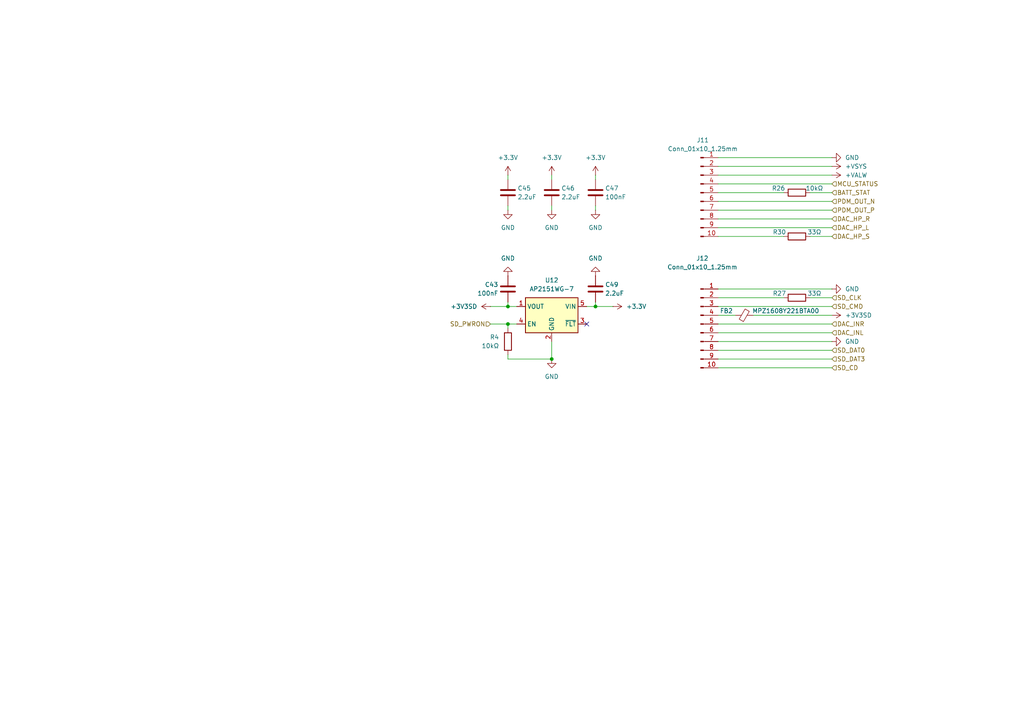
<source format=kicad_sch>
(kicad_sch (version 20250114) (generator "eeschema") (generator_version "9.0")
  (paper "A4")
  (lib_symbols
    (symbol "Connector:Conn_01x10_Pin" (pin_names (offset 1.016) (hide yes))
      (property "Reference" "J" (at 0 12.7 0))
      (property "Value" "Conn_01x10_Pin" (at 0 -15.24 0))
      (symbol "Conn_01x10_Pin_1_1"
        (rectangle (start 0.8636 10.287) (end 0 10.033) (stroke (width 0.1524)) (fill (type outline)))
        (rectangle (start 0.8636 7.747) (end 0 7.493) (stroke (width 0.1524)) (fill (type outline)))
        (rectangle (start 0.8636 5.207) (end 0 4.953) (stroke (width 0.1524)) (fill (type outline)))
        (rectangle (start 0.8636 2.667) (end 0 2.413) (stroke (width 0.1524)) (fill (type outline)))
        (rectangle (start 0.8636 0.127) (end 0 -0.127) (stroke (width 0.1524)) (fill (type outline)))
        (rectangle (start 0.8636 -2.413) (end 0 -2.667) (stroke (width 0.1524)) (fill (type outline)))
        (rectangle (start 0.8636 -4.953) (end 0 -5.207) (stroke (width 0.1524)) (fill (type outline)))
        (rectangle (start 0.8636 -7.493) (end 0 -7.747) (stroke (width 0.1524)) (fill (type outline)))
        (rectangle (start 0.8636 -10.033) (end 0 -10.287) (stroke (width 0.1524)) (fill (type outline)))
        (rectangle (start 0.8636 -12.573) (end 0 -12.827) (stroke (width 0.1524)) (fill (type outline)))
        (polyline (pts (xy 1.27 10.16) (xy 0.8636 10.16)) (stroke (width 0.1524)))
        (polyline (pts (xy 1.27 7.62) (xy 0.8636 7.62)) (stroke (width 0.1524)))
        (polyline (pts (xy 1.27 5.08) (xy 0.8636 5.08)) (stroke (width 0.1524)))
        (polyline (pts (xy 1.27 2.54) (xy 0.8636 2.54)) (stroke (width 0.1524)))
        (polyline (pts (xy 1.27 0) (xy 0.8636 0)) (stroke (width 0.1524)))
        (polyline (pts (xy 1.27 -2.54) (xy 0.8636 -2.54)) (stroke (width 0.1524)))
        (polyline (pts (xy 1.27 -5.08) (xy 0.8636 -5.08)) (stroke (width 0.1524)))
        (polyline (pts (xy 1.27 -7.62) (xy 0.8636 -7.62)) (stroke (width 0.1524)))
        (polyline (pts (xy 1.27 -10.16) (xy 0.8636 -10.16)) (stroke (width 0.1524)))
        (polyline (pts (xy 1.27 -12.7) (xy 0.8636 -12.7)) (stroke (width 0.1524)))
        (pin passive line (at 5.08 10.16 180) (length 3.81) (name "Pin_1") (number "1"))
        (pin passive line (at 5.08 7.62 180) (length 3.81) (name "Pin_2") (number "2"))
        (pin passive line (at 5.08 5.08 180) (length 3.81) (name "Pin_3") (number "3"))
        (pin passive line (at 5.08 2.54 180) (length 3.81) (name "Pin_4") (number "4"))
        (pin passive line (at 5.08 0 180) (length 3.81) (name "Pin_5") (number "5"))
        (pin passive line (at 5.08 -2.54 180) (length 3.81) (name "Pin_6") (number "6"))
        (pin passive line (at 5.08 -5.08 180) (length 3.81) (name "Pin_7") (number "7"))
        (pin passive line (at 5.08 -7.62 180) (length 3.81) (name "Pin_8") (number "8"))
        (pin passive line (at 5.08 -10.16 180) (length 3.81) (name "Pin_9") (number "9"))
        (pin passive line (at 5.08 -12.7 180) (length 3.81) (name "Pin_10") (number "10"))
      )
    )
    (symbol "Device:C" (pin_numbers (hide yes)) (pin_names (offset 0.254))
      (property "Reference" "C" (at 0.635 2.54 0))
      (property "Value" "C" (at 0.635 -2.54 0))
      (symbol "C_0_1"
        (polyline (pts (xy -2.032 0.762) (xy 2.032 0.762)) (stroke (width 0.508)))
        (polyline (pts (xy -2.032 -0.762) (xy 2.032 -0.762)) (stroke (width 0.508)))
      )
      (symbol "C_1_1"
        (pin passive line (at 0 3.81 270) (length 2.794) (name "~") (number "1"))
        (pin passive line (at 0 -3.81 90) (length 2.794) (name "~") (number "2"))
      )
    )
    (symbol "Device:FerriteBead_Small" (pin_numbers (hide yes)) (pin_names (offset 0))
      (property "Reference" "FB" (at 1.905 1.27 0))
      (property "Value" "FerriteBead_Small" (at 1.905 -1.27 0))
      (symbol "FerriteBead_Small_0_1"
        (polyline (pts (xy -1.8288 0.2794) (xy -1.1176 1.4986) (xy 1.8288 -0.2032) (xy 1.1176 -1.4224) (xy -1.8288 0.2794)))
        (polyline (pts (xy 0 0.889) (xy 0 1.2954)))
        (polyline (pts (xy 0 -1.27) (xy 0 -0.7874)))
      )
      (symbol "FerriteBead_Small_1_1"
        (pin passive line (at 0 2.54 270) (length 1.27) (name "~") (number "1"))
        (pin passive line (at 0 -2.54 90) (length 1.27) (name "~") (number "2"))
      )
    )
    (symbol "Device:R" (pin_numbers (hide yes)) (pin_names (offset 0))
      (property "Reference" "R" (at 2.032 0 90))
      (property "Value" "R" (at 0 0 90))
      (symbol "R_0_1"
        (rectangle (start -1.016 -2.54) (end 1.016 2.54) (stroke (width 0.254)))
      )
      (symbol "R_1_1"
        (pin passive line (at 0 3.81 270) (length 1.27) (name "~") (number "1"))
        (pin passive line (at 0 -3.81 90) (length 1.27) (name "~") (number "2"))
      )
    )
    (symbol "User:AP2151WG-7"
      (property "Reference" "U" (at -7.62 6.35 0))
      (property "Value" "AP2151WG-7" (at 7.62 -6.35 0))
      (symbol "AP2151WG-7_0_1"
        (rectangle (start -7.62 5.08) (end 7.62 -5.08) (stroke (width 0.254)) (fill (type background)))
      )
      (symbol "AP2151WG-7_1_1"
        (pin power_out line (at -10.16 2.54 0) (length 2.54) (name "VOUT") (number "1"))
        (pin input line (at -10.16 -2.54 0) (length 2.54) (name "EN") (number "4"))
        (pin power_in line (at 0 -7.62 90) (length 2.54) (name "GND") (number "2"))
        (pin power_in line (at 10.16 2.54 180) (length 2.54) (name "VIN") (number "5"))
        (pin open_collector line (at 10.16 -2.54 180) (length 2.54) (name "~{FLT}") (number "3"))
      )
    )
    (symbol "power:+3.3V" (power) (pin_numbers (hide yes)) (pin_names (offset 0) (hide yes))
      (property "Value" "+3.3V" (at 0 3.556 0))
      (symbol "+3.3V_0_1"
        (polyline (pts (xy -0.762 1.27) (xy 0 2.54)))
        (polyline (pts (xy 0 2.54) (xy 0.762 1.27)))
        (polyline (pts (xy 0 0) (xy 0 2.54)))
      )
      (symbol "+3.3V_1_1"
        (pin power_in line (at 0 0 90) (length 0) (name "~") (number "1"))
      )
    )
    (symbol "power:+3V3" (power) (pin_numbers (hide yes)) (pin_names (offset 0) (hide yes))
      (property "Value" "+3V3" (at 0 3.556 0))
      (symbol "+3V3_0_1"
        (polyline (pts (xy -0.762 1.27) (xy 0 2.54)))
        (polyline (pts (xy 0 2.54) (xy 0.762 1.27)))
        (polyline (pts (xy 0 0) (xy 0 2.54)))
      )
      (symbol "+3V3_1_1"
        (pin power_in line (at 0 0 90) (length 0) (name "~") (number "1"))
      )
    )
    (symbol "power:+BATT" (power) (pin_numbers (hide yes)) (pin_names (offset 0) (hide yes))
      (property "Value" "+BATT" (at 0 3.556 0))
      (symbol "+BATT_0_1"
        (polyline (pts (xy -0.762 1.27) (xy 0 2.54)))
        (polyline (pts (xy 0 2.54) (xy 0.762 1.27)))
        (polyline (pts (xy 0 0) (xy 0 2.54)))
      )
      (symbol "+BATT_1_1"
        (pin power_in line (at 0 0 90) (length 0) (name "~") (number "1"))
      )
    )
    (symbol "power:GND" (power) (pin_numbers (hide yes)) (pin_names (offset 0) (hide yes))
      (property "Value" "GND" (at 0 -3.81 0))
      (symbol "GND_0_1"
        (polyline (pts (xy 0 0) (xy 0 -1.27) (xy 1.27 -1.27) (xy 0 -2.54) (xy -1.27 -1.27) (xy 0 -1.27)))
      )
      (symbol "GND_1_1"
        (pin power_in line (at 0 0 270) (length 0) (name "~") (number "1"))
      )
    )
  )
  (junction (at 172.72 88.9))
  (junction (at 160.02 104.14))
  (junction (at 147.32 88.9))
  (junction (at 147.32 93.98))
  (no_connect (at 170.18 93.98))
  (wire (pts (xy 147.32 93.98) (xy 147.32 95.25)))
  (wire (pts (xy 149.86 93.98) (xy 147.32 93.98)))
  (wire (pts (xy 208.28 68.58) (xy 227.33 68.58)))
  (wire (pts (xy 208.28 101.6) (xy 241.3 101.6)))
  (wire (pts (xy 208.28 63.5) (xy 241.3 63.5)))
  (wire (pts (xy 147.32 88.9) (xy 149.86 88.9)))
  (wire (pts (xy 208.28 48.26) (xy 241.3 48.26)))
  (wire (pts (xy 147.32 102.87) (xy 147.32 104.14)))
  (wire (pts (xy 234.95 86.36) (xy 241.3 86.36)))
  (wire (pts (xy 172.72 87.63) (xy 172.72 88.9)))
  (wire (pts (xy 172.72 88.9) (xy 177.8 88.9)))
  (wire (pts (xy 208.28 50.8) (xy 241.3 50.8)))
  (wire (pts (xy 234.95 55.88) (xy 241.3 55.88)))
  (wire (pts (xy 147.32 93.98) (xy 142.24 93.98)))
  (wire (pts (xy 218.44 91.44) (xy 241.3 91.44)))
  (wire (pts (xy 208.28 86.36) (xy 227.33 86.36)))
  (wire (pts (xy 208.28 91.44) (xy 213.36 91.44)))
  (wire (pts (xy 160.02 59.69) (xy 160.02 60.96)))
  (wire (pts (xy 147.32 50.8) (xy 147.32 52.07)))
  (wire (pts (xy 208.28 45.72) (xy 241.3 45.72)))
  (wire (pts (xy 234.95 68.58) (xy 241.3 68.58)))
  (wire (pts (xy 208.28 83.82) (xy 241.3 83.82)))
  (wire (pts (xy 208.28 93.98) (xy 241.3 93.98)))
  (wire (pts (xy 172.72 50.8) (xy 172.72 52.07)))
  (wire (pts (xy 208.28 58.42) (xy 241.3 58.42)))
  (wire (pts (xy 160.02 50.8) (xy 160.02 52.07)))
  (wire (pts (xy 170.18 88.9) (xy 172.72 88.9)))
  (wire (pts (xy 160.02 99.06) (xy 160.02 104.14)))
  (wire (pts (xy 208.28 55.88) (xy 227.33 55.88)))
  (wire (pts (xy 147.32 104.14) (xy 160.02 104.14)))
  (wire (pts (xy 142.24 88.9) (xy 147.32 88.9)))
  (wire (pts (xy 208.28 66.04) (xy 241.3 66.04)))
  (wire (pts (xy 208.28 88.9) (xy 241.3 88.9)))
  (wire (pts (xy 208.28 99.06) (xy 241.3 99.06)))
  (wire (pts (xy 208.28 106.68) (xy 241.3 106.68)))
  (wire (pts (xy 147.32 59.69) (xy 147.32 60.96)))
  (wire (pts (xy 147.32 87.63) (xy 147.32 88.9)))
  (wire (pts (xy 208.28 96.52) (xy 241.3 96.52)))
  (wire (pts (xy 172.72 59.69) (xy 172.72 60.96)))
  (wire (pts (xy 208.28 60.96) (xy 241.3 60.96)))
  (wire (pts (xy 208.28 104.14) (xy 241.3 104.14)))
  (wire (pts (xy 208.28 53.34) (xy 241.3 53.34)))
  (hierarchical_label "SD_DAT3" (shape input) (at 241.3 104.14 0))
  (hierarchical_label "DAC_INR" (shape input) (at 241.3 93.98 0))
  (hierarchical_label "MCU_STATUS" (shape input) (at 241.3 53.34 0))
  (hierarchical_label "DAC_HP_L" (shape input) (at 241.3 66.04 0))
  (hierarchical_label "SD_DAT0" (shape input) (at 241.3 101.6 0))
  (hierarchical_label "PDM_OUT_N" (shape input) (at 241.3 58.42 0))
  (hierarchical_label "SD_CLK" (shape input) (at 241.3 86.36 0))
  (hierarchical_label "SD_PWRON" (shape input) (at 142.24 93.98 180))
  (hierarchical_label "DAC_HP_S" (shape input) (at 241.3 68.58 0))
  (hierarchical_label "PDM_OUT_P" (shape input) (at 241.3 60.96 0))
  (hierarchical_label "DAC_INL" (shape input) (at 241.3 96.52 0))
  (hierarchical_label "SD_CD" (shape input) (at 241.3 106.68 0))
  (hierarchical_label "DAC_HP_R" (shape input) (at 241.3 63.5 0))
  (hierarchical_label "BATT_STAT" (shape input) (at 241.3 55.88 0))
  (hierarchical_label "SD_CMD" (shape input) (at 241.3 88.9 0))
  (symbol (lib_id "power:GND") (at 147.32 60.96 0) (unit 1)
    (property "Reference" "#PWR0142" (effects (hide yes)))
    (property "Value" "GND" (at 147.32 66.04 0))
    (property "Description" "Power symbol creates a global label with name \"GND\" , ground" (effects (hide yes)))
  )
  (symbol (lib_id "power:GND") (at 241.3 99.06 90) (unit 1)
    (property "Reference" "#PWR0131" (effects (hide yes)))
    (property "Value" "GND" (at 245.11 99.0599 90) (effects (justify right)))
    (property "Description" "Power symbol creates a global label with name \"GND\" , ground" (effects (hide yes)))
  )
  (symbol (lib_id "Device:C") (at 172.72 83.82 0) (mirror y) (unit 1)
    (property "Reference" "C49" (at 175.514 82.55 0) (effects (justify right)))
    (property "Value" "2.2uF" (at 175.514 85.09 0) (effects (justify right)))
    (property "Footprint" "Capacitor_SMD:C_0402_1005Metric" (effects (hide yes)))
    (property "Description" "Unpolarized capacitor" (effects (hide yes)))
  )
  (symbol (lib_id "power:GND") (at 160.02 104.14 0) (unit 1)
    (property "Reference" "#PWR062" (effects (hide yes)))
    (property "Value" "GND" (at 160.02 109.22 0))
    (property "Description" "Power symbol creates a global label with name \"GND\" , ground" (effects (hide yes)))
  )
  (symbol (lib_id "power:GND") (at 241.3 83.82 90) (unit 1)
    (property "Reference" "#PWR0129" (effects (hide yes)))
    (property "Value" "GND" (at 245.11 83.8199 90) (effects (justify right)))
    (property "Description" "Power symbol creates a global label with name \"GND\" , ground" (effects (hide yes)))
  )
  (symbol (lib_id "Device:R") (at 147.32 99.06 0) (mirror y) (unit 1)
    (property "Reference" "R4" (at 144.78 97.7899 0) (effects (justify left)))
    (property "Value" "10kΩ" (at 144.78 100.3299 0) (effects (justify left)))
    (property "Footprint" "Resistor_SMD:R_0402_1005Metric" (effects (hide yes)))
    (property "Description" "Resistor" (effects (hide yes)))
  )
  (symbol (lib_id "Connector:Conn_01x10_Pin") (at 203.2 93.98 0) (unit 1)
    (property "Reference" "J12" (at 203.708 74.93 0))
    (property "Value" "Conn_01x10_1.25mm" (at 203.708 77.47 0))
    (property "Footprint" "Connector_Molex:Molex_PicoBlade_53047-1010_1x10_P1.25mm_Vertical" (effects (hide yes)))
    (property "Description" "Generic connector, single row, 01x10, script generated" (effects (hide yes)))
  )
  (symbol (lib_id "Device:FerriteBead_Small") (at 215.9 91.44 90) (unit 1)
    (property "Reference" "FB2" (at 208.788 90.17 90) (effects (justify right)))
    (property "Value" "MPZ1608Y221BTA00" (at 218.186 90.17 90) (effects (justify right)))
    (property "Footprint" "Inductor_SMD:L_0603_1608Metric" (effects (hide yes)))
    (property "Description" "Ferrite bead, small symbol" (effects (hide yes)))
  )
  (symbol (lib_id "power:+3.3V") (at 147.32 50.8 0) (unit 1)
    (property "Reference" "#PWR0103" (effects (hide yes)))
    (property "Value" "+3.3V" (at 147.32 45.72 0))
    (property "Description" "Power symbol creates a global label with name \"+3.3V\"" (effects (hide yes)))
  )
  (symbol (lib_id "power:GND") (at 241.3 45.72 90) (unit 1)
    (property "Reference" "#PWR0126" (effects (hide yes)))
    (property "Value" "GND" (at 245.11 45.7199 90) (effects (justify right)))
    (property "Description" "Power symbol creates a global label with name \"GND\" , ground" (effects (hide yes)))
  )
  (symbol (lib_id "power:GND") (at 172.72 60.96 0) (unit 1)
    (property "Reference" "#PWR0144" (effects (hide yes)))
    (property "Value" "GND" (at 172.72 66.04 0))
    (property "Description" "Power symbol creates a global label with name \"GND\" , ground" (effects (hide yes)))
  )
  (symbol (lib_id "Device:C") (at 160.02 55.88 0) (mirror y) (unit 1)
    (property "Reference" "C46" (at 162.814 54.61 0) (effects (justify right)))
    (property "Value" "2.2uF" (at 162.814 57.15 0) (effects (justify right)))
    (property "Footprint" "Capacitor_SMD:C_0402_1005Metric" (effects (hide yes)))
    (property "Description" "Unpolarized capacitor" (effects (hide yes)))
  )
  (symbol (lib_id "power:GND") (at 147.32 80.01 180) (unit 1)
    (property "Reference" "#PWR0135" (effects (hide yes)))
    (property "Value" "GND" (at 147.32 74.93 0))
    (property "Description" "Power symbol creates a global label with name \"GND\" , ground" (effects (hide yes)))
  )
  (symbol (lib_id "power:GND") (at 160.02 60.96 0) (unit 1)
    (property "Reference" "#PWR0143" (effects (hide yes)))
    (property "Value" "GND" (at 160.02 66.04 0))
    (property "Description" "Power symbol creates a global label with name \"GND\" , ground" (effects (hide yes)))
  )
  (symbol (lib_id "Device:C") (at 147.32 83.82 0) (unit 1)
    (property "Reference" "C43" (at 144.526 82.55 0) (effects (justify right)))
    (property "Value" "100nF" (at 144.526 85.09 0) (effects (justify right)))
    (property "Footprint" "Capacitor_SMD:C_0402_1005Metric" (effects (hide yes)))
    (property "Description" "Unpolarized capacitor" (effects (hide yes)))
  )
  (symbol (lib_id "Device:R") (at 231.14 86.36 90) (unit 1)
    (property "Reference" "R27" (at 226.06 85.09 90))
    (property "Value" "33Ω" (at 236.22 85.09 90))
    (property "Footprint" "Resistor_SMD:R_0402_1005Metric" (effects (hide yes)))
    (property "Description" "Resistor" (effects (hide yes)))
  )
  (symbol (lib_id "power:+BATT") (at 241.3 48.26 270) (unit 1)
    (property "Reference" "#PWR0127" (effects (hide yes)))
    (property "Value" "+VSYS" (at 245.11 48.2599 90) (effects (justify left)))
    (property "Description" "Power symbol creates a global label with name \"+BATT\"" (effects (hide yes)))
  )
  (symbol (lib_id "Connector:Conn_01x10_Pin") (at 203.2 55.88 0) (unit 1)
    (property "Reference" "J11" (at 203.835 40.64 0))
    (property "Value" "Conn_01x10_1.25mm" (at 203.835 43.18 0))
    (property "Footprint" "Connector_Molex:Molex_PicoBlade_53047-1010_1x10_P1.25mm_Vertical" (effects (hide yes)))
    (property "Description" "Generic connector, single row, 01x10, script generated" (effects (hide yes)))
  )
  (symbol (lib_id "power:+3.3V") (at 160.02 50.8 0) (unit 1)
    (property "Reference" "#PWR0105" (effects (hide yes)))
    (property "Value" "+3.3V" (at 160.02 45.72 0))
    (property "Description" "Power symbol creates a global label with name \"+3.3V\"" (effects (hide yes)))
  )
  (symbol (lib_id "Device:C") (at 147.32 55.88 0) (mirror y) (unit 1)
    (property "Reference" "C45" (at 150.114 54.61 0) (effects (justify right)))
    (property "Value" "2.2uF" (at 150.114 57.15 0) (effects (justify right)))
    (property "Footprint" "Capacitor_SMD:C_0402_1005Metric" (effects (hide yes)))
    (property "Description" "Unpolarized capacitor" (effects (hide yes)))
  )
  (symbol (lib_id "power:GND") (at 172.72 80.01 180) (unit 1)
    (property "Reference" "#PWR0133" (effects (hide yes)))
    (property "Value" "GND" (at 172.72 74.93 0))
    (property "Description" "Power symbol creates a global label with name \"GND\" , ground" (effects (hide yes)))
  )
  (symbol (lib_id "power:+3V3") (at 142.24 88.9 90) (unit 1)
    (property "Reference" "#PWR0140" (effects (hide yes)))
    (property "Value" "+3V3SD" (at 138.43 88.8999 90) (effects (justify left)))
    (property "Description" "Power symbol creates a global label with name \"+3V3\"" (effects (hide yes)))
  )
  (symbol (lib_id "User:AP2151WG-7") (at 160.02 91.44 0) (unit 1)
    (property "Reference" "U12" (at 160.02 81.28 0))
    (property "Value" "AP2151WG-7" (at 160.02 83.82 0))
    (property "Footprint" "Package_TO_SOT_SMD:SOT-23-5" (effects (hide yes)))
    (property "Datasheet" "https://www.diodes.com/datasheet/download/AP2141-51.pdf" (effects (hide yes)))
    (property "Description" "0.5A Single Channel Current-Limited Power Switch" (effects (hide yes)))
  )
  (symbol (lib_id "power:+3V3") (at 241.3 50.8 270) (unit 1)
    (property "Reference" "#PWR0128" (effects (hide yes)))
    (property "Value" "+VALW" (at 245.11 50.7999 90) (effects (justify left)))
    (property "Description" "Power symbol creates a global label with name \"+3V3\"" (effects (hide yes)))
  )
  (symbol (lib_id "Device:C") (at 172.72 55.88 0) (mirror y) (unit 1)
    (property "Reference" "C47" (at 175.514 54.61 0) (effects (justify right)))
    (property "Value" "100nF" (at 175.514 57.15 0) (effects (justify right)))
    (property "Footprint" "Capacitor_SMD:C_0402_1005Metric" (effects (hide yes)))
    (property "Description" "Unpolarized capacitor" (effects (hide yes)))
  )
  (symbol (lib_id "power:+3.3V") (at 172.72 50.8 0) (unit 1)
    (property "Reference" "#PWR0110" (effects (hide yes)))
    (property "Value" "+3.3V" (at 172.72 45.72 0))
    (property "Description" "Power symbol creates a global label with name \"+3.3V\"" (effects (hide yes)))
  )
  (symbol (lib_id "Device:R") (at 231.14 55.88 90) (unit 1)
    (property "Reference" "R26" (at 225.806 54.61 90))
    (property "Value" "10kΩ" (at 236.22 54.61 90))
    (property "Footprint" "Resistor_SMD:R_0402_1005Metric" (effects (hide yes)))
    (property "Description" "Resistor" (effects (hide yes)))
  )
  (symbol (lib_id "power:+3.3V") (at 177.8 88.9 270) (unit 1)
    (property "Reference" "#PWR0118" (effects (hide yes)))
    (property "Value" "+3.3V" (at 181.61 88.8999 90) (effects (justify left)))
    (property "Description" "Power symbol creates a global label with name \"+3.3V\"" (effects (hide yes)))
  )
  (symbol (lib_id "power:+3V3") (at 241.3 91.44 270) (unit 1)
    (property "Reference" "#PWR0130" (effects (hide yes)))
    (property "Value" "+3V3SD" (at 245.11 91.4399 90) (effects (justify left)))
    (property "Description" "Power symbol creates a global label with name \"+3V3\"" (effects (hide yes)))
  )
  (symbol (lib_id "Device:R") (at 231.14 68.58 90) (unit 1)
    (property "Reference" "R30" (at 226.06 67.31 90))
    (property "Value" "33Ω" (at 236.22 67.31 90))
    (property "Footprint" "Resistor_SMD:R_0402_1005Metric" (effects (hide yes)))
    (property "Description" "Resistor" (effects (hide yes)))
  )
)
</source>
